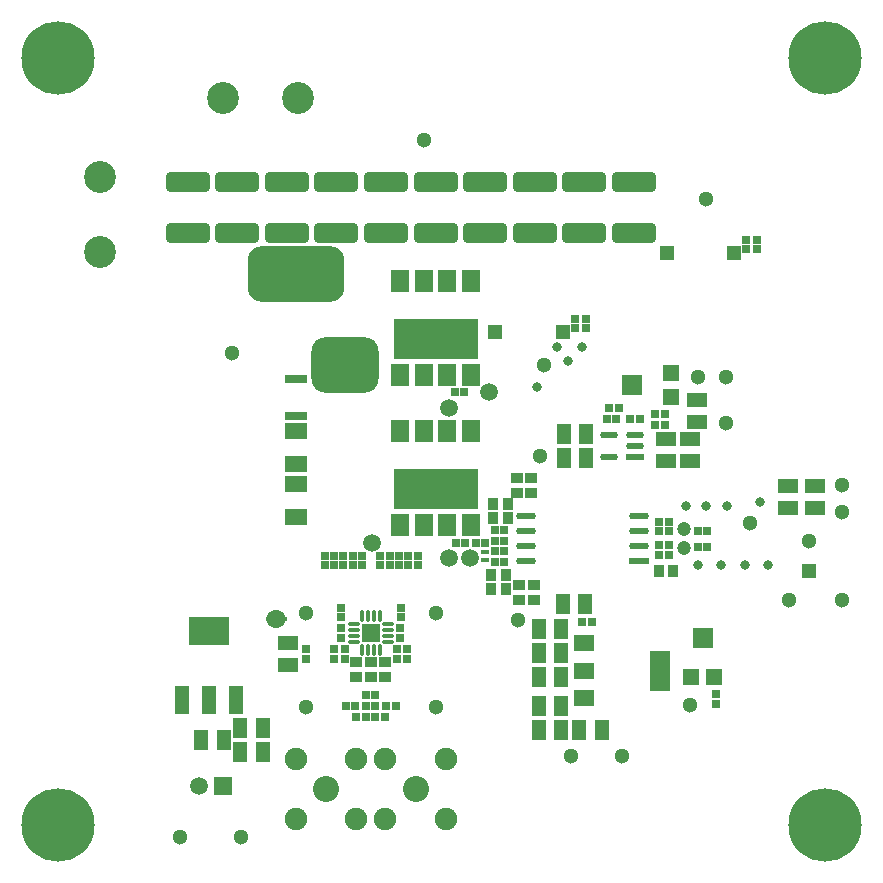
<source format=gbr>
%TF.GenerationSoftware,Altium Limited,Altium Designer,22.9.1 (49)*%
G04 Layer_Color=8388736*
%FSLAX45Y45*%
%MOMM*%
%TF.SameCoordinates,E77D5F78-0586-4990-9624-58BD59020D5A*%
%TF.FilePolarity,Negative*%
%TF.FileFunction,Soldermask,Top*%
%TF.Part,Single*%
G01*
G75*
%TA.AperFunction,SMDPad,CuDef*%
G04:AMPARAMS|DCode=12|XSize=1.65506mm|YSize=0.58213mm|CornerRadius=0.29107mm|HoleSize=0mm|Usage=FLASHONLY|Rotation=180.000|XOffset=0mm|YOffset=0mm|HoleType=Round|Shape=RoundedRectangle|*
%AMROUNDEDRECTD12*
21,1,1.65506,0.00000,0,0,180.0*
21,1,1.07293,0.58213,0,0,180.0*
1,1,0.58213,-0.53646,0.00000*
1,1,0.58213,0.53646,0.00000*
1,1,0.58213,0.53646,0.00000*
1,1,0.58213,-0.53646,0.00000*
%
%ADD12ROUNDEDRECTD12*%
%ADD13R,1.65506X0.58213*%
G04:AMPARAMS|DCode=23|XSize=1.7mm|YSize=3.8mm|CornerRadius=0.425mm|HoleSize=0mm|Usage=FLASHONLY|Rotation=90.000|XOffset=0mm|YOffset=0mm|HoleType=Round|Shape=RoundedRectangle|*
%AMROUNDEDRECTD23*
21,1,1.70000,2.95000,0,0,90.0*
21,1,0.85000,3.80000,0,0,90.0*
1,1,0.85000,1.47500,0.42500*
1,1,0.85000,1.47500,-0.42500*
1,1,0.85000,-1.47500,-0.42500*
1,1,0.85000,-1.47500,0.42500*
%
%ADD23ROUNDEDRECTD23*%
%ADD27R,0.71120X0.39370*%
G04:AMPARAMS|DCode=33|XSize=1.50543mm|YSize=0.57583mm|CornerRadius=0.28791mm|HoleSize=0mm|Usage=FLASHONLY|Rotation=180.000|XOffset=0mm|YOffset=0mm|HoleType=Round|Shape=RoundedRectangle|*
%AMROUNDEDRECTD33*
21,1,1.50543,0.00000,0,0,180.0*
21,1,0.92960,0.57583,0,0,180.0*
1,1,0.57583,-0.46480,0.00000*
1,1,0.57583,0.46480,0.00000*
1,1,0.57583,0.46480,0.00000*
1,1,0.57583,-0.46480,0.00000*
%
%ADD33ROUNDEDRECTD33*%
%ADD34R,1.50543X0.57583*%
%TA.AperFunction,ComponentPad*%
%ADD52C,1.30000*%
%ADD55R,1.30000X1.30000*%
%ADD56C,1.90500*%
%TA.AperFunction,SMDPad,CuDef*%
%ADD65R,1.65320X1.20320*%
%ADD66R,0.72320X0.72320*%
%TA.AperFunction,ComponentPad*%
%ADD68C,2.70320*%
%ADD69C,1.50320*%
%ADD70R,1.50320X1.50320*%
%ADD71C,2.20980*%
%ADD72C,6.20320*%
%TA.AperFunction,ViaPad*%
%ADD73C,0.80320*%
%TA.AperFunction,SMDPad,CuDef*%
%ADD83R,0.65320X0.65320*%
%ADD84R,1.20320X1.65320*%
%ADD85R,1.50000X1.50000*%
G04:AMPARAMS|DCode=86|XSize=0.96mm|YSize=0.36mm|CornerRadius=0.0825mm|HoleSize=0mm|Usage=FLASHONLY|Rotation=90.000|XOffset=0mm|YOffset=0mm|HoleType=Round|Shape=RoundedRectangle|*
%AMROUNDEDRECTD86*
21,1,0.96000,0.19500,0,0,90.0*
21,1,0.79500,0.36000,0,0,90.0*
1,1,0.16500,0.09750,0.39750*
1,1,0.16500,0.09750,-0.39750*
1,1,0.16500,-0.09750,-0.39750*
1,1,0.16500,-0.09750,0.39750*
%
%ADD86ROUNDEDRECTD86*%
G04:AMPARAMS|DCode=87|XSize=0.96mm|YSize=0.36mm|CornerRadius=0.0825mm|HoleSize=0mm|Usage=FLASHONLY|Rotation=0.000|XOffset=0mm|YOffset=0mm|HoleType=Round|Shape=RoundedRectangle|*
%AMROUNDEDRECTD87*
21,1,0.96000,0.19500,0,0,0.0*
21,1,0.79500,0.36000,0,0,0.0*
1,1,0.16500,0.39750,-0.09750*
1,1,0.16500,-0.39750,-0.09750*
1,1,0.16500,-0.39750,0.09750*
1,1,0.16500,0.39750,0.09750*
%
%ADD87ROUNDEDRECTD87*%
%ADD88R,1.95320X1.35320*%
%ADD89R,0.72320X0.72320*%
%ADD90C,1.60320*%
%ADD91R,3.45320X2.35320*%
%ADD92R,1.20320X2.35320*%
G04:AMPARAMS|DCode=93|XSize=5.7032mm|YSize=4.7032mm|CornerRadius=1.2266mm|HoleSize=0mm|Usage=FLASHONLY|Rotation=180.000|XOffset=0mm|YOffset=0mm|HoleType=Round|Shape=RoundedRectangle|*
%AMROUNDEDRECTD93*
21,1,5.70320,2.25000,0,0,180.0*
21,1,3.25000,4.70320,0,0,180.0*
1,1,2.45320,-1.62500,1.12500*
1,1,2.45320,1.62500,1.12500*
1,1,2.45320,1.62500,-1.12500*
1,1,2.45320,-1.62500,-1.12500*
%
%ADD93ROUNDEDRECTD93*%
%ADD94R,1.55320X1.85320*%
%ADD95R,7.20320X3.40320*%
%ADD96R,1.90320X0.65320*%
%ADD97R,0.95320X1.05320*%
%ADD98R,1.20320X1.20320*%
%ADD99R,1.80320X1.40320*%
%ADD100R,1.80320X3.50320*%
%ADD101R,1.72720X1.72720*%
%ADD102R,1.40320X1.40320*%
%ADD103R,0.65320X0.65320*%
%ADD104C,1.50320*%
%ADD105C,1.20320*%
%ADD106R,1.72720X1.72720*%
%ADD107R,1.40320X1.40320*%
%ADD108R,1.05320X0.95320*%
G04:AMPARAMS|DCode=109|XSize=8.2032mm|YSize=4.7032mm|CornerRadius=1.2266mm|HoleSize=0mm|Usage=FLASHONLY|Rotation=0.000|XOffset=0mm|YOffset=0mm|HoleType=Round|Shape=RoundedRectangle|*
%AMROUNDEDRECTD109*
21,1,8.20320,2.25000,0,0,0.0*
21,1,5.75000,4.70320,0,0,0.0*
1,1,2.45320,2.87500,-1.12500*
1,1,2.45320,-2.87500,-1.12500*
1,1,2.45320,-2.87500,1.12500*
1,1,2.45320,2.87500,1.12500*
%
%ADD109ROUNDEDRECTD109*%
G36*
X2440000Y2230000D02*
X2260000D01*
Y2260000D01*
X2440000D01*
Y2230000D01*
D02*
G37*
D12*
X4461943Y2739499D02*
D03*
Y2866499D02*
D03*
Y2993499D02*
D03*
Y3120499D02*
D03*
X5418057D02*
D03*
Y2993499D02*
D03*
Y2866499D02*
D03*
D13*
Y2739499D02*
D03*
D23*
X2440000Y5514999D02*
D03*
Y5945000D02*
D03*
X1600000Y5514999D02*
D03*
Y5945000D02*
D03*
X4120000D02*
D03*
Y5514999D02*
D03*
X3700000Y5945000D02*
D03*
Y5514999D02*
D03*
X4960000Y5945001D02*
D03*
Y5514999D02*
D03*
X3280000Y5945000D02*
D03*
Y5514999D02*
D03*
X5380000Y5945001D02*
D03*
Y5514999D02*
D03*
X2860000Y5945000D02*
D03*
Y5514999D02*
D03*
X2020000Y5945000D02*
D03*
Y5514999D02*
D03*
X4540000Y5945001D02*
D03*
Y5514999D02*
D03*
D27*
X4120000Y2814924D02*
D03*
Y2745074D02*
D03*
D33*
X5169961Y3805000D02*
D03*
X5390038D02*
D03*
X5169961Y3615000D02*
D03*
X5390038Y3710000D02*
D03*
D34*
Y3615000D02*
D03*
D52*
X3599970Y6300000D02*
D03*
X2050000Y400000D02*
D03*
X1540000D02*
D03*
X4579978Y3630000D02*
D03*
X5989977Y5799999D02*
D03*
X3700000Y1500000D02*
D03*
X6859999Y2910000D02*
D03*
X7140000Y2409999D02*
D03*
X2600000Y1500000D02*
D03*
X6689969Y2409999D02*
D03*
X5849958Y1519998D02*
D03*
X1979961Y4499998D02*
D03*
X4619962Y4399998D02*
D03*
X5919964Y4299998D02*
D03*
X2599965Y2300000D02*
D03*
X4849999Y1090000D02*
D03*
X6160000Y3910000D02*
D03*
X5279999Y1090000D02*
D03*
X6159999Y4300000D02*
D03*
X4400000Y2239999D02*
D03*
X6359999Y3059999D02*
D03*
X3700000Y2300000D02*
D03*
X7140000Y3380000D02*
D03*
X7140000Y3150000D02*
D03*
D55*
X6859999Y2656000D02*
D03*
D56*
X3785270Y1065269D02*
D03*
Y554729D02*
D03*
X3274730D02*
D03*
Y1065269D02*
D03*
X3025270D02*
D03*
Y554729D02*
D03*
X2514730Y1065269D02*
D03*
Y554729D02*
D03*
D65*
X2449976Y1854999D02*
D03*
Y2044999D02*
D03*
X5650000Y3585000D02*
D03*
Y3775000D02*
D03*
X5850000Y3584999D02*
D03*
Y3775000D02*
D03*
X6910000Y3185000D02*
D03*
Y3375000D02*
D03*
X6680000Y3185000D02*
D03*
Y3375000D02*
D03*
X5910000Y3914999D02*
D03*
Y4104999D02*
D03*
D66*
X2599977Y1908999D02*
D03*
Y1990999D02*
D03*
X3370000Y1908999D02*
D03*
Y1991000D02*
D03*
X2930000Y1908999D02*
D03*
Y1991000D02*
D03*
D68*
X2537500Y6659999D02*
D03*
X1902500D02*
D03*
X854998Y5987500D02*
D03*
Y5352500D02*
D03*
D69*
X1700000Y829999D02*
D03*
D70*
X1900000D02*
D03*
D71*
X3530000Y809999D02*
D03*
X2770000D02*
D03*
D72*
X500000Y7000000D02*
D03*
X7000000D02*
D03*
X500000Y500000D02*
D03*
X7000000D02*
D03*
D73*
X4820000Y4430000D02*
D03*
X4560000Y4210000D02*
D03*
X4730000Y4550000D02*
D03*
X4940000D02*
D03*
X6450000Y3240000D02*
D03*
X5820000Y3200000D02*
D03*
X5990000D02*
D03*
X6170000D02*
D03*
X6510000Y2700000D02*
D03*
X6320000D02*
D03*
X6120000D02*
D03*
X5920000D02*
D03*
D83*
X5170000Y4030000D02*
D03*
X5250000D02*
D03*
X4200000Y2909985D02*
D03*
X4280000D02*
D03*
X5640000Y3980000D02*
D03*
X5560000D02*
D03*
X5640000Y3890000D02*
D03*
X5560000D02*
D03*
X4120000Y2890000D02*
D03*
X4040000D02*
D03*
X3110000Y1599999D02*
D03*
X3190000D02*
D03*
X3270000Y1419999D02*
D03*
X3190000D02*
D03*
X3030000D02*
D03*
X3110000D02*
D03*
X4200000Y3000000D02*
D03*
X4280000D02*
D03*
X4200000Y2729999D02*
D03*
X4280000D02*
D03*
X3950000Y2890000D02*
D03*
X3870000D02*
D03*
X4280000Y2819999D02*
D03*
X4200000D02*
D03*
X5999999Y2860000D02*
D03*
X5920000D02*
D03*
X6000000Y2990000D02*
D03*
X5920000D02*
D03*
X3940000Y4170000D02*
D03*
X3860000D02*
D03*
D84*
X4965000Y2370023D02*
D03*
X4775000D02*
D03*
X2235000Y1319999D02*
D03*
X2044999D02*
D03*
X2235000Y1119999D02*
D03*
X2044999D02*
D03*
X1905000Y1219999D02*
D03*
X1715000D02*
D03*
X4765000Y2159976D02*
D03*
X4575000D02*
D03*
X4575000Y1760000D02*
D03*
X4765000D02*
D03*
X4575000Y1960000D02*
D03*
X4765000D02*
D03*
X4975000Y3609999D02*
D03*
X4785000D02*
D03*
X4975000Y3809999D02*
D03*
X4785000D02*
D03*
X4574999Y1510000D02*
D03*
X4765000D02*
D03*
X4575000Y1310000D02*
D03*
X4765000D02*
D03*
X5105000D02*
D03*
X4915000D02*
D03*
D85*
X3150000Y2130000D02*
D03*
D86*
X3225000Y1985000D02*
D03*
X3075000D02*
D03*
X3125000D02*
D03*
X3175000D02*
D03*
X3075000Y2275000D02*
D03*
X3125000D02*
D03*
X3225000D02*
D03*
X3175000D02*
D03*
D87*
X3005000Y2105000D02*
D03*
Y2154999D02*
D03*
Y2054999D02*
D03*
Y2205000D02*
D03*
X3295000Y2154999D02*
D03*
Y2105000D02*
D03*
Y2054999D02*
D03*
Y2205000D02*
D03*
D88*
X2520000Y3392501D02*
D03*
Y3107501D02*
D03*
Y3842501D02*
D03*
Y3557501D02*
D03*
D89*
X5348999Y3940000D02*
D03*
X5431000D02*
D03*
X5149000Y3939999D02*
D03*
X5231000D02*
D03*
X4939001Y2220000D02*
D03*
X5021001D02*
D03*
X3361000Y1510000D02*
D03*
X3278999D02*
D03*
X2938999D02*
D03*
X3021001D02*
D03*
X3108999D02*
D03*
X3191000D02*
D03*
D90*
X2349971Y2249999D02*
D03*
D91*
X1780000Y2142499D02*
D03*
D92*
X2010000Y1557499D02*
D03*
X1780000D02*
D03*
X1550000D02*
D03*
D93*
X2930000Y4400000D02*
D03*
D94*
X4000000Y4312500D02*
D03*
X3800000D02*
D03*
X3400000Y5107500D02*
D03*
X3600000D02*
D03*
X3800000D02*
D03*
X4000000D02*
D03*
X3600000Y4312500D02*
D03*
X3400000D02*
D03*
X4000000Y3042500D02*
D03*
X3800000D02*
D03*
X3600000D02*
D03*
X3400000D02*
D03*
X3600000Y3837500D02*
D03*
X3400000D02*
D03*
X3800000D02*
D03*
X4000000D02*
D03*
D95*
X3700000Y4619000D02*
D03*
Y3348999D02*
D03*
D96*
X2520000Y3962500D02*
D03*
Y4277500D02*
D03*
D97*
X5712500Y2650000D02*
D03*
X5587500D02*
D03*
X4312500Y3220000D02*
D03*
X4187500D02*
D03*
X4312500Y3100000D02*
D03*
X4187500D02*
D03*
X4292499Y2620000D02*
D03*
X4167499D02*
D03*
X4292499Y2500000D02*
D03*
X4167499D02*
D03*
D98*
X4205000Y4680001D02*
D03*
X4775000D02*
D03*
X5655000Y5349998D02*
D03*
X6225001D02*
D03*
D99*
X4959999Y1579999D02*
D03*
Y1809999D02*
D03*
Y2039999D02*
D03*
D100*
X5600000Y1809999D02*
D03*
D101*
X5360000Y4229977D02*
D03*
D102*
X5690000Y4129977D02*
D03*
Y4329977D02*
D03*
D103*
X5680000Y2870000D02*
D03*
Y2790000D02*
D03*
X5590000D02*
D03*
Y2870000D02*
D03*
X6070000Y1610000D02*
D03*
Y1529999D02*
D03*
X4970000Y4790000D02*
D03*
Y4710000D02*
D03*
X4880000Y4790000D02*
D03*
Y4710000D02*
D03*
X3460000Y1989999D02*
D03*
Y1909999D02*
D03*
X2900000Y2339999D02*
D03*
Y2260000D02*
D03*
X3410000Y2339999D02*
D03*
Y2260000D02*
D03*
X2840000Y1989999D02*
D03*
Y1909999D02*
D03*
X2900000Y2169999D02*
D03*
Y2090000D02*
D03*
X3400000D02*
D03*
Y2169999D02*
D03*
X3310000Y2700000D02*
D03*
Y2780000D02*
D03*
X3470000Y2700000D02*
D03*
Y2780000D02*
D03*
X3390000Y2700000D02*
D03*
Y2780000D02*
D03*
X2920000Y2700000D02*
D03*
Y2780000D02*
D03*
X2760000Y2700000D02*
D03*
Y2780000D02*
D03*
X2840000Y2700000D02*
D03*
Y2780000D02*
D03*
X3000000Y2700000D02*
D03*
Y2780000D02*
D03*
X3230000Y2700000D02*
D03*
Y2780000D02*
D03*
X3080000Y2700000D02*
D03*
Y2780000D02*
D03*
X3550000Y2700000D02*
D03*
Y2780000D02*
D03*
X5680000Y3069999D02*
D03*
Y2990000D02*
D03*
X5590000Y3069999D02*
D03*
Y2990000D02*
D03*
X6330001Y5459998D02*
D03*
Y5379998D02*
D03*
X6420000Y5459998D02*
D03*
Y5379998D02*
D03*
D104*
X3809977Y4029999D02*
D03*
X4149965Y4169999D02*
D03*
X3989970Y2759999D02*
D03*
X3809976D02*
D03*
X3159968Y2889998D02*
D03*
D105*
X5799973Y2849999D02*
D03*
X5799975Y3009999D02*
D03*
D106*
X5960000Y2089999D02*
D03*
D107*
X6060000Y1760000D02*
D03*
X5860000D02*
D03*
D108*
X3030000Y1757500D02*
D03*
Y1882499D02*
D03*
X3270000Y1757500D02*
D03*
Y1882499D02*
D03*
X3150000Y1757500D02*
D03*
Y1882499D02*
D03*
X4510000Y3317500D02*
D03*
Y3442500D02*
D03*
X4390000Y3317500D02*
D03*
Y3442500D02*
D03*
X4410000Y2532499D02*
D03*
Y2407499D02*
D03*
X4530000Y2532499D02*
D03*
Y2407499D02*
D03*
D109*
X2520000Y5170000D02*
D03*
%TF.MD5,b409130bb1905caedfb72493ea6703d9*%
M02*

</source>
